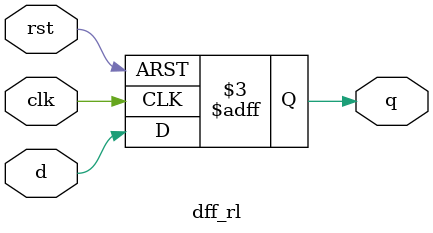
<source format=v>
module dff_rl(
    input clk, rst,
    input d,
    output reg q
);

    always @(posedge clk or posedge rst)begin
        if(rst==1) 
            q  <= 1'b0;
        else
            q  <= d;
    end
endmodule
</source>
